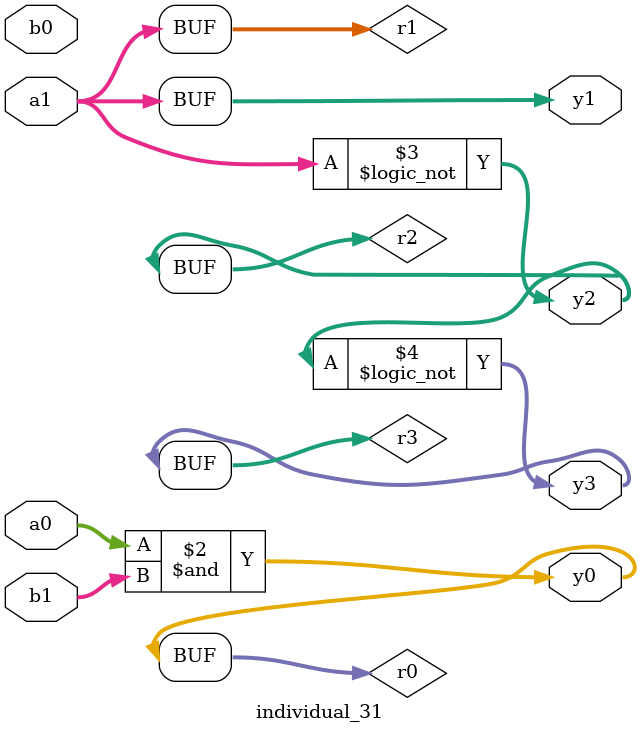
<source format=sv>
module individual_31(input logic [15:0] a1, input logic [15:0] a0, input logic [15:0] b1, input logic [15:0] b0, output logic [15:0] y3, output logic [15:0] y2, output logic [15:0] y1, output logic [15:0] y0);
logic [15:0] r0, r1, r2, r3; 
 always@(*) begin 
	 r0 = a0; r1 = a1; r2 = b0; r3 = b1; 
 	 r0  &=  r3 ;
 	 r2 = ! a1 ;
 	 r3 = ! r2 ;
 	 y3 = r3; y2 = r2; y1 = r1; y0 = r0; 
end
endmodule
</source>
